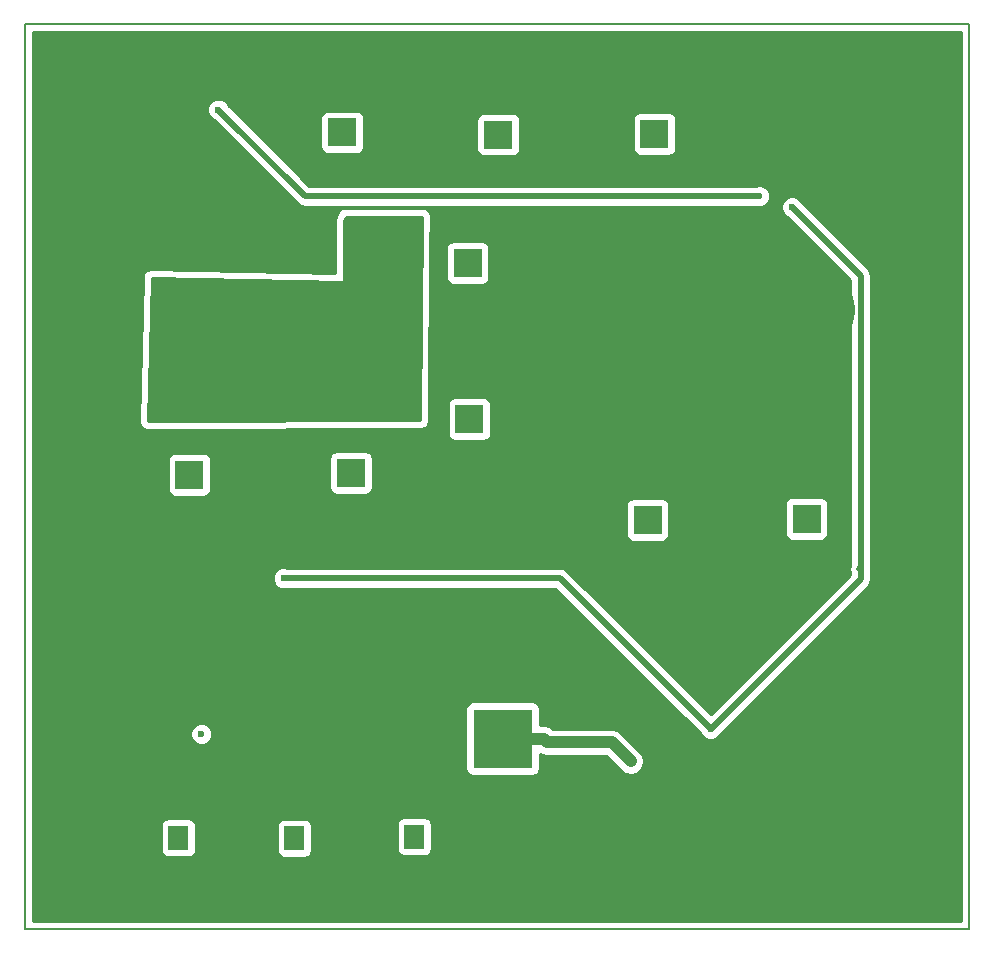
<source format=gbr>
%TF.GenerationSoftware,KiCad,Pcbnew,4.0.7*%
%TF.CreationDate,2018-04-08T16:14:44+02:00*%
%TF.ProjectId,power_board,706F7765725F626F6172642E6B696361,rev?*%
%TF.FileFunction,Copper,L3,Inr,Signal*%
%FSLAX46Y46*%
G04 Gerber Fmt 4.6, Leading zero omitted, Abs format (unit mm)*
G04 Created by KiCad (PCBNEW 4.0.7) date 04/08/18 16:14:44*
%MOMM*%
%LPD*%
G01*
G04 APERTURE LIST*
%ADD10C,0.150000*%
%ADD11C,3.100000*%
%ADD12C,0.500000*%
%ADD13R,2.400000X2.400000*%
%ADD14C,2.400000*%
%ADD15C,5.000000*%
%ADD16R,1.700000X2.000000*%
%ADD17O,1.700000X2.000000*%
%ADD18R,5.000000X5.000000*%
%ADD19C,0.600000*%
%ADD20C,1.000000*%
%ADD21C,0.500000*%
%ADD22C,0.254000*%
G04 APERTURE END LIST*
D10*
X104000000Y-119820000D02*
X184000000Y-119820000D01*
X104000000Y-43120000D02*
X184000000Y-43120000D01*
X184000000Y-43120000D02*
X184000000Y-119820000D01*
X104000000Y-43120000D02*
X104000000Y-119820000D01*
D11*
X107560000Y-116000000D03*
X108020000Y-47170000D03*
X179030000Y-113590000D03*
X179660000Y-60110000D03*
D12*
X173420000Y-59410000D03*
X173540000Y-55250000D03*
X112820000Y-46500000D03*
X114550000Y-52670000D03*
X114790000Y-48700000D03*
X153430000Y-109160000D03*
X153480000Y-106960000D03*
X147600000Y-111920000D03*
X147480000Y-110680000D03*
X123460000Y-106440000D03*
X122290000Y-106380000D03*
X123430000Y-104770000D03*
X122230000Y-104840000D03*
X164990000Y-107890000D03*
X163650000Y-107930000D03*
X165100000Y-106080000D03*
X163630000Y-106060000D03*
X159130000Y-107090000D03*
X160070000Y-109200000D03*
X167670000Y-107740000D03*
X170510000Y-106300000D03*
X170350000Y-103920000D03*
X139550000Y-98160000D03*
X135330000Y-98170000D03*
X135450000Y-94470000D03*
X139720000Y-94510000D03*
X116560000Y-103760000D03*
X116640000Y-106430000D03*
X121380000Y-109420000D03*
X119510000Y-109280000D03*
X126540000Y-108930000D03*
X125990000Y-105670000D03*
X127510000Y-104420000D03*
X130430000Y-106270000D03*
X132500000Y-109810000D03*
X132390000Y-107820000D03*
X158760000Y-112160000D03*
X158630000Y-110740000D03*
X169440000Y-112260000D03*
X169430000Y-110780000D03*
X176170000Y-89350000D03*
D13*
X157330000Y-52470000D03*
D14*
X157330000Y-47470000D03*
D13*
X141510000Y-63390000D03*
D14*
X146510000Y-63390000D03*
D13*
X170210000Y-85050000D03*
D14*
X170210000Y-80050000D03*
D13*
X156750000Y-85140000D03*
D14*
X156750000Y-80140000D03*
D13*
X141660000Y-76610000D03*
D14*
X146660000Y-76610000D03*
D13*
X144110000Y-52530000D03*
D14*
X144110000Y-47530000D03*
D13*
X130900000Y-52340000D03*
D14*
X130900000Y-47340000D03*
D13*
X117960000Y-81320000D03*
D14*
X117960000Y-86320000D03*
D13*
X131630000Y-81170000D03*
D14*
X131630000Y-86170000D03*
D15*
X171830000Y-67340000D03*
X160450000Y-67360000D03*
X154630000Y-67400000D03*
X160430000Y-73080000D03*
X165960000Y-73140000D03*
X171600000Y-73110000D03*
X166090000Y-67390000D03*
X154630000Y-73100000D03*
D16*
X126830000Y-112100000D03*
D17*
X124330000Y-112100000D03*
D16*
X117030000Y-112060000D03*
D17*
X114530000Y-112060000D03*
D16*
X136990000Y-111960000D03*
D17*
X134490000Y-111960000D03*
D18*
X123150000Y-67882000D03*
X128668172Y-73835894D03*
X128656761Y-67877405D03*
X117636267Y-67865561D03*
X123175525Y-73834743D03*
X134156761Y-67887405D03*
X134168172Y-73845894D03*
X117675525Y-73844743D03*
X144480000Y-103670000D03*
D15*
X144600000Y-97070000D03*
D18*
X134160000Y-62420000D03*
D15*
X154510000Y-61740000D03*
D19*
X122610000Y-100000000D03*
X160670000Y-91950000D03*
X176100000Y-102430000D03*
X174860000Y-102430000D03*
X155310000Y-105580000D03*
X118970000Y-103270000D03*
X125930000Y-90080000D03*
X162090000Y-102860000D03*
X168970000Y-58670000D03*
X166200000Y-57740000D03*
X120410000Y-50410000D03*
D20*
X148220000Y-103990000D02*
X148220000Y-103910000D01*
X148220000Y-103910000D02*
X147980000Y-103670000D01*
X147980000Y-103670000D02*
X144480000Y-103670000D01*
X148220000Y-103990000D02*
X153720000Y-103990000D01*
X153720000Y-103990000D02*
X155310000Y-105580000D01*
D21*
X162090000Y-102860000D02*
X149310000Y-90080000D01*
X149310000Y-90080000D02*
X125930000Y-90080000D01*
X174780001Y-89219999D02*
X174780001Y-90169999D01*
X174780001Y-90169999D02*
X162090000Y-102860000D01*
X168970000Y-58670000D02*
X174780001Y-64480001D01*
X174780001Y-64480001D02*
X174780001Y-89219999D01*
X174780001Y-89219999D02*
X174670000Y-89330000D01*
X120410000Y-50410000D02*
X127740000Y-57740000D01*
X127740000Y-57740000D02*
X166200000Y-57740000D01*
D22*
G36*
X183290000Y-119110000D02*
X104710000Y-119110000D01*
X104710000Y-111060000D01*
X115532560Y-111060000D01*
X115532560Y-113060000D01*
X115576838Y-113295317D01*
X115715910Y-113511441D01*
X115928110Y-113656431D01*
X116180000Y-113707440D01*
X117880000Y-113707440D01*
X118115317Y-113663162D01*
X118331441Y-113524090D01*
X118476431Y-113311890D01*
X118527440Y-113060000D01*
X118527440Y-111100000D01*
X125332560Y-111100000D01*
X125332560Y-113100000D01*
X125376838Y-113335317D01*
X125515910Y-113551441D01*
X125728110Y-113696431D01*
X125980000Y-113747440D01*
X127680000Y-113747440D01*
X127915317Y-113703162D01*
X128131441Y-113564090D01*
X128276431Y-113351890D01*
X128327440Y-113100000D01*
X128327440Y-111100000D01*
X128301098Y-110960000D01*
X135492560Y-110960000D01*
X135492560Y-112960000D01*
X135536838Y-113195317D01*
X135675910Y-113411441D01*
X135888110Y-113556431D01*
X136140000Y-113607440D01*
X137840000Y-113607440D01*
X138075317Y-113563162D01*
X138291441Y-113424090D01*
X138436431Y-113211890D01*
X138487440Y-112960000D01*
X138487440Y-110960000D01*
X138443162Y-110724683D01*
X138304090Y-110508559D01*
X138091890Y-110363569D01*
X137840000Y-110312560D01*
X136140000Y-110312560D01*
X135904683Y-110356838D01*
X135688559Y-110495910D01*
X135543569Y-110708110D01*
X135492560Y-110960000D01*
X128301098Y-110960000D01*
X128283162Y-110864683D01*
X128144090Y-110648559D01*
X127931890Y-110503569D01*
X127680000Y-110452560D01*
X125980000Y-110452560D01*
X125744683Y-110496838D01*
X125528559Y-110635910D01*
X125383569Y-110848110D01*
X125332560Y-111100000D01*
X118527440Y-111100000D01*
X118527440Y-111060000D01*
X118483162Y-110824683D01*
X118344090Y-110608559D01*
X118131890Y-110463569D01*
X117880000Y-110412560D01*
X116180000Y-110412560D01*
X115944683Y-110456838D01*
X115728559Y-110595910D01*
X115583569Y-110808110D01*
X115532560Y-111060000D01*
X104710000Y-111060000D01*
X104710000Y-103455167D01*
X118034838Y-103455167D01*
X118176883Y-103798943D01*
X118439673Y-104062192D01*
X118783201Y-104204838D01*
X119155167Y-104205162D01*
X119498943Y-104063117D01*
X119762192Y-103800327D01*
X119904838Y-103456799D01*
X119905162Y-103084833D01*
X119763117Y-102741057D01*
X119500327Y-102477808D01*
X119156799Y-102335162D01*
X118784833Y-102334838D01*
X118441057Y-102476883D01*
X118177808Y-102739673D01*
X118035162Y-103083201D01*
X118034838Y-103455167D01*
X104710000Y-103455167D01*
X104710000Y-101170000D01*
X141332560Y-101170000D01*
X141332560Y-106170000D01*
X141376838Y-106405317D01*
X141515910Y-106621441D01*
X141728110Y-106766431D01*
X141980000Y-106817440D01*
X146980000Y-106817440D01*
X147215317Y-106773162D01*
X147431441Y-106634090D01*
X147576431Y-106421890D01*
X147627440Y-106170000D01*
X147627440Y-104932888D01*
X147785654Y-105038603D01*
X148220000Y-105125000D01*
X153249868Y-105125000D01*
X154507434Y-106382567D01*
X154875655Y-106628604D01*
X155310000Y-106715000D01*
X155744346Y-106628604D01*
X156112567Y-106382567D01*
X156358604Y-106014346D01*
X156445000Y-105580000D01*
X156358604Y-105145655D01*
X156112567Y-104777434D01*
X154522566Y-103187434D01*
X154154346Y-102941397D01*
X153720000Y-102855000D01*
X148763957Y-102855000D01*
X148644229Y-102775000D01*
X148414346Y-102621397D01*
X147980000Y-102535000D01*
X147627440Y-102535000D01*
X147627440Y-101170000D01*
X147583162Y-100934683D01*
X147444090Y-100718559D01*
X147231890Y-100573569D01*
X146980000Y-100522560D01*
X141980000Y-100522560D01*
X141744683Y-100566838D01*
X141528559Y-100705910D01*
X141383569Y-100918110D01*
X141332560Y-101170000D01*
X104710000Y-101170000D01*
X104710000Y-90265167D01*
X124994838Y-90265167D01*
X125136883Y-90608943D01*
X125399673Y-90872192D01*
X125743201Y-91014838D01*
X126115167Y-91015162D01*
X126236569Y-90965000D01*
X148943420Y-90965000D01*
X161247255Y-103268834D01*
X161296883Y-103388943D01*
X161559673Y-103652192D01*
X161903201Y-103794838D01*
X162275167Y-103795162D01*
X162618943Y-103653117D01*
X162882192Y-103390327D01*
X162932566Y-103269014D01*
X175405788Y-90795791D01*
X175405791Y-90795789D01*
X175597634Y-90508674D01*
X175597635Y-90508673D01*
X175665002Y-90169999D01*
X175665001Y-90169994D01*
X175665001Y-89220004D01*
X175665002Y-89219999D01*
X175665001Y-89219994D01*
X175665001Y-64480006D01*
X175665002Y-64480001D01*
X175597634Y-64141326D01*
X175485149Y-63972980D01*
X175405791Y-63854211D01*
X175405788Y-63854209D01*
X169812744Y-58261164D01*
X169763117Y-58141057D01*
X169500327Y-57877808D01*
X169156799Y-57735162D01*
X168784833Y-57734838D01*
X168441057Y-57876883D01*
X168177808Y-58139673D01*
X168035162Y-58483201D01*
X168034838Y-58855167D01*
X168176883Y-59198943D01*
X168439673Y-59462192D01*
X168560986Y-59512566D01*
X173895001Y-64846580D01*
X173895001Y-88927519D01*
X173852367Y-88991326D01*
X173784999Y-89330000D01*
X173852367Y-89668674D01*
X173895001Y-89732481D01*
X173895001Y-89803420D01*
X162090000Y-101608421D01*
X149935790Y-89454210D01*
X149783367Y-89352365D01*
X149648675Y-89262367D01*
X149592484Y-89251190D01*
X149310000Y-89194999D01*
X149309995Y-89195000D01*
X126236822Y-89195000D01*
X126116799Y-89145162D01*
X125744833Y-89144838D01*
X125401057Y-89286883D01*
X125137808Y-89549673D01*
X124995162Y-89893201D01*
X124994838Y-90265167D01*
X104710000Y-90265167D01*
X104710000Y-83940000D01*
X154902560Y-83940000D01*
X154902560Y-86340000D01*
X154946838Y-86575317D01*
X155085910Y-86791441D01*
X155298110Y-86936431D01*
X155550000Y-86987440D01*
X157950000Y-86987440D01*
X158185317Y-86943162D01*
X158401441Y-86804090D01*
X158546431Y-86591890D01*
X158597440Y-86340000D01*
X158597440Y-83940000D01*
X158580506Y-83850000D01*
X168362560Y-83850000D01*
X168362560Y-86250000D01*
X168406838Y-86485317D01*
X168545910Y-86701441D01*
X168758110Y-86846431D01*
X169010000Y-86897440D01*
X171410000Y-86897440D01*
X171645317Y-86853162D01*
X171861441Y-86714090D01*
X172006431Y-86501890D01*
X172057440Y-86250000D01*
X172057440Y-83850000D01*
X172013162Y-83614683D01*
X171874090Y-83398559D01*
X171661890Y-83253569D01*
X171410000Y-83202560D01*
X169010000Y-83202560D01*
X168774683Y-83246838D01*
X168558559Y-83385910D01*
X168413569Y-83598110D01*
X168362560Y-83850000D01*
X158580506Y-83850000D01*
X158553162Y-83704683D01*
X158414090Y-83488559D01*
X158201890Y-83343569D01*
X157950000Y-83292560D01*
X155550000Y-83292560D01*
X155314683Y-83336838D01*
X155098559Y-83475910D01*
X154953569Y-83688110D01*
X154902560Y-83940000D01*
X104710000Y-83940000D01*
X104710000Y-80120000D01*
X116112560Y-80120000D01*
X116112560Y-82520000D01*
X116156838Y-82755317D01*
X116295910Y-82971441D01*
X116508110Y-83116431D01*
X116760000Y-83167440D01*
X119160000Y-83167440D01*
X119395317Y-83123162D01*
X119611441Y-82984090D01*
X119756431Y-82771890D01*
X119807440Y-82520000D01*
X119807440Y-80120000D01*
X119779216Y-79970000D01*
X129782560Y-79970000D01*
X129782560Y-82370000D01*
X129826838Y-82605317D01*
X129965910Y-82821441D01*
X130178110Y-82966431D01*
X130430000Y-83017440D01*
X132830000Y-83017440D01*
X133065317Y-82973162D01*
X133281441Y-82834090D01*
X133426431Y-82621890D01*
X133477440Y-82370000D01*
X133477440Y-79970000D01*
X133433162Y-79734683D01*
X133294090Y-79518559D01*
X133081890Y-79373569D01*
X132830000Y-79322560D01*
X130430000Y-79322560D01*
X130194683Y-79366838D01*
X129978559Y-79505910D01*
X129833569Y-79718110D01*
X129782560Y-79970000D01*
X119779216Y-79970000D01*
X119763162Y-79884683D01*
X119624090Y-79668559D01*
X119411890Y-79523569D01*
X119160000Y-79472560D01*
X116760000Y-79472560D01*
X116524683Y-79516838D01*
X116308559Y-79655910D01*
X116163569Y-79868110D01*
X116112560Y-80120000D01*
X104710000Y-80120000D01*
X104710000Y-76864529D01*
X113695188Y-76864529D01*
X113739124Y-77112574D01*
X113876161Y-77324134D01*
X114084710Y-77465711D01*
X114331910Y-77514997D01*
X137601910Y-77444997D01*
X137826042Y-77403405D01*
X138039101Y-77268710D01*
X138182970Y-77061736D01*
X138234980Y-76815094D01*
X138246252Y-75410000D01*
X139812560Y-75410000D01*
X139812560Y-77810000D01*
X139856838Y-78045317D01*
X139995910Y-78261441D01*
X140208110Y-78406431D01*
X140460000Y-78457440D01*
X142860000Y-78457440D01*
X143095317Y-78413162D01*
X143311441Y-78274090D01*
X143456431Y-78061890D01*
X143507440Y-77810000D01*
X143507440Y-75410000D01*
X143463162Y-75174683D01*
X143324090Y-74958559D01*
X143111890Y-74813569D01*
X142860000Y-74762560D01*
X140460000Y-74762560D01*
X140224683Y-74806838D01*
X140008559Y-74945910D01*
X139863569Y-75158110D01*
X139812560Y-75410000D01*
X138246252Y-75410000D01*
X138352315Y-62190000D01*
X139662560Y-62190000D01*
X139662560Y-64590000D01*
X139706838Y-64825317D01*
X139845910Y-65041441D01*
X140058110Y-65186431D01*
X140310000Y-65237440D01*
X142710000Y-65237440D01*
X142945317Y-65193162D01*
X143161441Y-65054090D01*
X143306431Y-64841890D01*
X143357440Y-64590000D01*
X143357440Y-62190000D01*
X143313162Y-61954683D01*
X143174090Y-61738559D01*
X142961890Y-61593569D01*
X142710000Y-61542560D01*
X140310000Y-61542560D01*
X140074683Y-61586838D01*
X139858559Y-61725910D01*
X139713569Y-61938110D01*
X139662560Y-62190000D01*
X138352315Y-62190000D01*
X138374980Y-59365094D01*
X138331573Y-59129205D01*
X138195173Y-58917233D01*
X137987051Y-58775029D01*
X137740000Y-58725000D01*
X131130000Y-58725000D01*
X130966538Y-58746400D01*
X130740691Y-58858339D01*
X130576189Y-59049326D01*
X130346189Y-59459326D01*
X130265000Y-59770000D01*
X130265000Y-59790000D01*
X130265044Y-59797470D01*
X130317336Y-64242285D01*
X114642441Y-63935122D01*
X114413686Y-63972980D01*
X114198454Y-64104175D01*
X114051222Y-64308771D01*
X113995188Y-64554529D01*
X113695188Y-76864529D01*
X104710000Y-76864529D01*
X104710000Y-50595167D01*
X119474838Y-50595167D01*
X119616883Y-50938943D01*
X119879673Y-51202192D01*
X120000986Y-51252566D01*
X127114208Y-58365787D01*
X127114210Y-58365790D01*
X127363250Y-58532192D01*
X127401325Y-58557633D01*
X127740000Y-58625000D01*
X165893178Y-58625000D01*
X166013201Y-58674838D01*
X166385167Y-58675162D01*
X166728943Y-58533117D01*
X166992192Y-58270327D01*
X167134838Y-57926799D01*
X167135162Y-57554833D01*
X166993117Y-57211057D01*
X166730327Y-56947808D01*
X166386799Y-56805162D01*
X166014833Y-56804838D01*
X165893431Y-56855000D01*
X128106579Y-56855000D01*
X122391580Y-51140000D01*
X129052560Y-51140000D01*
X129052560Y-53540000D01*
X129096838Y-53775317D01*
X129235910Y-53991441D01*
X129448110Y-54136431D01*
X129700000Y-54187440D01*
X132100000Y-54187440D01*
X132335317Y-54143162D01*
X132551441Y-54004090D01*
X132696431Y-53791890D01*
X132747440Y-53540000D01*
X132747440Y-51330000D01*
X142262560Y-51330000D01*
X142262560Y-53730000D01*
X142306838Y-53965317D01*
X142445910Y-54181441D01*
X142658110Y-54326431D01*
X142910000Y-54377440D01*
X145310000Y-54377440D01*
X145545317Y-54333162D01*
X145761441Y-54194090D01*
X145906431Y-53981890D01*
X145957440Y-53730000D01*
X145957440Y-51330000D01*
X145946151Y-51270000D01*
X155482560Y-51270000D01*
X155482560Y-53670000D01*
X155526838Y-53905317D01*
X155665910Y-54121441D01*
X155878110Y-54266431D01*
X156130000Y-54317440D01*
X158530000Y-54317440D01*
X158765317Y-54273162D01*
X158981441Y-54134090D01*
X159126431Y-53921890D01*
X159177440Y-53670000D01*
X159177440Y-51270000D01*
X159133162Y-51034683D01*
X158994090Y-50818559D01*
X158781890Y-50673569D01*
X158530000Y-50622560D01*
X156130000Y-50622560D01*
X155894683Y-50666838D01*
X155678559Y-50805910D01*
X155533569Y-51018110D01*
X155482560Y-51270000D01*
X145946151Y-51270000D01*
X145913162Y-51094683D01*
X145774090Y-50878559D01*
X145561890Y-50733569D01*
X145310000Y-50682560D01*
X142910000Y-50682560D01*
X142674683Y-50726838D01*
X142458559Y-50865910D01*
X142313569Y-51078110D01*
X142262560Y-51330000D01*
X132747440Y-51330000D01*
X132747440Y-51140000D01*
X132703162Y-50904683D01*
X132564090Y-50688559D01*
X132351890Y-50543569D01*
X132100000Y-50492560D01*
X129700000Y-50492560D01*
X129464683Y-50536838D01*
X129248559Y-50675910D01*
X129103569Y-50888110D01*
X129052560Y-51140000D01*
X122391580Y-51140000D01*
X121252744Y-50001164D01*
X121203117Y-49881057D01*
X120940327Y-49617808D01*
X120596799Y-49475162D01*
X120224833Y-49474838D01*
X119881057Y-49616883D01*
X119617808Y-49879673D01*
X119475162Y-50223201D01*
X119474838Y-50595167D01*
X104710000Y-50595167D01*
X104710000Y-43830000D01*
X183290000Y-43830000D01*
X183290000Y-119110000D01*
X183290000Y-119110000D01*
G37*
X183290000Y-119110000D02*
X104710000Y-119110000D01*
X104710000Y-111060000D01*
X115532560Y-111060000D01*
X115532560Y-113060000D01*
X115576838Y-113295317D01*
X115715910Y-113511441D01*
X115928110Y-113656431D01*
X116180000Y-113707440D01*
X117880000Y-113707440D01*
X118115317Y-113663162D01*
X118331441Y-113524090D01*
X118476431Y-113311890D01*
X118527440Y-113060000D01*
X118527440Y-111100000D01*
X125332560Y-111100000D01*
X125332560Y-113100000D01*
X125376838Y-113335317D01*
X125515910Y-113551441D01*
X125728110Y-113696431D01*
X125980000Y-113747440D01*
X127680000Y-113747440D01*
X127915317Y-113703162D01*
X128131441Y-113564090D01*
X128276431Y-113351890D01*
X128327440Y-113100000D01*
X128327440Y-111100000D01*
X128301098Y-110960000D01*
X135492560Y-110960000D01*
X135492560Y-112960000D01*
X135536838Y-113195317D01*
X135675910Y-113411441D01*
X135888110Y-113556431D01*
X136140000Y-113607440D01*
X137840000Y-113607440D01*
X138075317Y-113563162D01*
X138291441Y-113424090D01*
X138436431Y-113211890D01*
X138487440Y-112960000D01*
X138487440Y-110960000D01*
X138443162Y-110724683D01*
X138304090Y-110508559D01*
X138091890Y-110363569D01*
X137840000Y-110312560D01*
X136140000Y-110312560D01*
X135904683Y-110356838D01*
X135688559Y-110495910D01*
X135543569Y-110708110D01*
X135492560Y-110960000D01*
X128301098Y-110960000D01*
X128283162Y-110864683D01*
X128144090Y-110648559D01*
X127931890Y-110503569D01*
X127680000Y-110452560D01*
X125980000Y-110452560D01*
X125744683Y-110496838D01*
X125528559Y-110635910D01*
X125383569Y-110848110D01*
X125332560Y-111100000D01*
X118527440Y-111100000D01*
X118527440Y-111060000D01*
X118483162Y-110824683D01*
X118344090Y-110608559D01*
X118131890Y-110463569D01*
X117880000Y-110412560D01*
X116180000Y-110412560D01*
X115944683Y-110456838D01*
X115728559Y-110595910D01*
X115583569Y-110808110D01*
X115532560Y-111060000D01*
X104710000Y-111060000D01*
X104710000Y-103455167D01*
X118034838Y-103455167D01*
X118176883Y-103798943D01*
X118439673Y-104062192D01*
X118783201Y-104204838D01*
X119155167Y-104205162D01*
X119498943Y-104063117D01*
X119762192Y-103800327D01*
X119904838Y-103456799D01*
X119905162Y-103084833D01*
X119763117Y-102741057D01*
X119500327Y-102477808D01*
X119156799Y-102335162D01*
X118784833Y-102334838D01*
X118441057Y-102476883D01*
X118177808Y-102739673D01*
X118035162Y-103083201D01*
X118034838Y-103455167D01*
X104710000Y-103455167D01*
X104710000Y-101170000D01*
X141332560Y-101170000D01*
X141332560Y-106170000D01*
X141376838Y-106405317D01*
X141515910Y-106621441D01*
X141728110Y-106766431D01*
X141980000Y-106817440D01*
X146980000Y-106817440D01*
X147215317Y-106773162D01*
X147431441Y-106634090D01*
X147576431Y-106421890D01*
X147627440Y-106170000D01*
X147627440Y-104932888D01*
X147785654Y-105038603D01*
X148220000Y-105125000D01*
X153249868Y-105125000D01*
X154507434Y-106382567D01*
X154875655Y-106628604D01*
X155310000Y-106715000D01*
X155744346Y-106628604D01*
X156112567Y-106382567D01*
X156358604Y-106014346D01*
X156445000Y-105580000D01*
X156358604Y-105145655D01*
X156112567Y-104777434D01*
X154522566Y-103187434D01*
X154154346Y-102941397D01*
X153720000Y-102855000D01*
X148763957Y-102855000D01*
X148644229Y-102775000D01*
X148414346Y-102621397D01*
X147980000Y-102535000D01*
X147627440Y-102535000D01*
X147627440Y-101170000D01*
X147583162Y-100934683D01*
X147444090Y-100718559D01*
X147231890Y-100573569D01*
X146980000Y-100522560D01*
X141980000Y-100522560D01*
X141744683Y-100566838D01*
X141528559Y-100705910D01*
X141383569Y-100918110D01*
X141332560Y-101170000D01*
X104710000Y-101170000D01*
X104710000Y-90265167D01*
X124994838Y-90265167D01*
X125136883Y-90608943D01*
X125399673Y-90872192D01*
X125743201Y-91014838D01*
X126115167Y-91015162D01*
X126236569Y-90965000D01*
X148943420Y-90965000D01*
X161247255Y-103268834D01*
X161296883Y-103388943D01*
X161559673Y-103652192D01*
X161903201Y-103794838D01*
X162275167Y-103795162D01*
X162618943Y-103653117D01*
X162882192Y-103390327D01*
X162932566Y-103269014D01*
X175405788Y-90795791D01*
X175405791Y-90795789D01*
X175597634Y-90508674D01*
X175597635Y-90508673D01*
X175665002Y-90169999D01*
X175665001Y-90169994D01*
X175665001Y-89220004D01*
X175665002Y-89219999D01*
X175665001Y-89219994D01*
X175665001Y-64480006D01*
X175665002Y-64480001D01*
X175597634Y-64141326D01*
X175485149Y-63972980D01*
X175405791Y-63854211D01*
X175405788Y-63854209D01*
X169812744Y-58261164D01*
X169763117Y-58141057D01*
X169500327Y-57877808D01*
X169156799Y-57735162D01*
X168784833Y-57734838D01*
X168441057Y-57876883D01*
X168177808Y-58139673D01*
X168035162Y-58483201D01*
X168034838Y-58855167D01*
X168176883Y-59198943D01*
X168439673Y-59462192D01*
X168560986Y-59512566D01*
X173895001Y-64846580D01*
X173895001Y-88927519D01*
X173852367Y-88991326D01*
X173784999Y-89330000D01*
X173852367Y-89668674D01*
X173895001Y-89732481D01*
X173895001Y-89803420D01*
X162090000Y-101608421D01*
X149935790Y-89454210D01*
X149783367Y-89352365D01*
X149648675Y-89262367D01*
X149592484Y-89251190D01*
X149310000Y-89194999D01*
X149309995Y-89195000D01*
X126236822Y-89195000D01*
X126116799Y-89145162D01*
X125744833Y-89144838D01*
X125401057Y-89286883D01*
X125137808Y-89549673D01*
X124995162Y-89893201D01*
X124994838Y-90265167D01*
X104710000Y-90265167D01*
X104710000Y-83940000D01*
X154902560Y-83940000D01*
X154902560Y-86340000D01*
X154946838Y-86575317D01*
X155085910Y-86791441D01*
X155298110Y-86936431D01*
X155550000Y-86987440D01*
X157950000Y-86987440D01*
X158185317Y-86943162D01*
X158401441Y-86804090D01*
X158546431Y-86591890D01*
X158597440Y-86340000D01*
X158597440Y-83940000D01*
X158580506Y-83850000D01*
X168362560Y-83850000D01*
X168362560Y-86250000D01*
X168406838Y-86485317D01*
X168545910Y-86701441D01*
X168758110Y-86846431D01*
X169010000Y-86897440D01*
X171410000Y-86897440D01*
X171645317Y-86853162D01*
X171861441Y-86714090D01*
X172006431Y-86501890D01*
X172057440Y-86250000D01*
X172057440Y-83850000D01*
X172013162Y-83614683D01*
X171874090Y-83398559D01*
X171661890Y-83253569D01*
X171410000Y-83202560D01*
X169010000Y-83202560D01*
X168774683Y-83246838D01*
X168558559Y-83385910D01*
X168413569Y-83598110D01*
X168362560Y-83850000D01*
X158580506Y-83850000D01*
X158553162Y-83704683D01*
X158414090Y-83488559D01*
X158201890Y-83343569D01*
X157950000Y-83292560D01*
X155550000Y-83292560D01*
X155314683Y-83336838D01*
X155098559Y-83475910D01*
X154953569Y-83688110D01*
X154902560Y-83940000D01*
X104710000Y-83940000D01*
X104710000Y-80120000D01*
X116112560Y-80120000D01*
X116112560Y-82520000D01*
X116156838Y-82755317D01*
X116295910Y-82971441D01*
X116508110Y-83116431D01*
X116760000Y-83167440D01*
X119160000Y-83167440D01*
X119395317Y-83123162D01*
X119611441Y-82984090D01*
X119756431Y-82771890D01*
X119807440Y-82520000D01*
X119807440Y-80120000D01*
X119779216Y-79970000D01*
X129782560Y-79970000D01*
X129782560Y-82370000D01*
X129826838Y-82605317D01*
X129965910Y-82821441D01*
X130178110Y-82966431D01*
X130430000Y-83017440D01*
X132830000Y-83017440D01*
X133065317Y-82973162D01*
X133281441Y-82834090D01*
X133426431Y-82621890D01*
X133477440Y-82370000D01*
X133477440Y-79970000D01*
X133433162Y-79734683D01*
X133294090Y-79518559D01*
X133081890Y-79373569D01*
X132830000Y-79322560D01*
X130430000Y-79322560D01*
X130194683Y-79366838D01*
X129978559Y-79505910D01*
X129833569Y-79718110D01*
X129782560Y-79970000D01*
X119779216Y-79970000D01*
X119763162Y-79884683D01*
X119624090Y-79668559D01*
X119411890Y-79523569D01*
X119160000Y-79472560D01*
X116760000Y-79472560D01*
X116524683Y-79516838D01*
X116308559Y-79655910D01*
X116163569Y-79868110D01*
X116112560Y-80120000D01*
X104710000Y-80120000D01*
X104710000Y-76864529D01*
X113695188Y-76864529D01*
X113739124Y-77112574D01*
X113876161Y-77324134D01*
X114084710Y-77465711D01*
X114331910Y-77514997D01*
X137601910Y-77444997D01*
X137826042Y-77403405D01*
X138039101Y-77268710D01*
X138182970Y-77061736D01*
X138234980Y-76815094D01*
X138246252Y-75410000D01*
X139812560Y-75410000D01*
X139812560Y-77810000D01*
X139856838Y-78045317D01*
X139995910Y-78261441D01*
X140208110Y-78406431D01*
X140460000Y-78457440D01*
X142860000Y-78457440D01*
X143095317Y-78413162D01*
X143311441Y-78274090D01*
X143456431Y-78061890D01*
X143507440Y-77810000D01*
X143507440Y-75410000D01*
X143463162Y-75174683D01*
X143324090Y-74958559D01*
X143111890Y-74813569D01*
X142860000Y-74762560D01*
X140460000Y-74762560D01*
X140224683Y-74806838D01*
X140008559Y-74945910D01*
X139863569Y-75158110D01*
X139812560Y-75410000D01*
X138246252Y-75410000D01*
X138352315Y-62190000D01*
X139662560Y-62190000D01*
X139662560Y-64590000D01*
X139706838Y-64825317D01*
X139845910Y-65041441D01*
X140058110Y-65186431D01*
X140310000Y-65237440D01*
X142710000Y-65237440D01*
X142945317Y-65193162D01*
X143161441Y-65054090D01*
X143306431Y-64841890D01*
X143357440Y-64590000D01*
X143357440Y-62190000D01*
X143313162Y-61954683D01*
X143174090Y-61738559D01*
X142961890Y-61593569D01*
X142710000Y-61542560D01*
X140310000Y-61542560D01*
X140074683Y-61586838D01*
X139858559Y-61725910D01*
X139713569Y-61938110D01*
X139662560Y-62190000D01*
X138352315Y-62190000D01*
X138374980Y-59365094D01*
X138331573Y-59129205D01*
X138195173Y-58917233D01*
X137987051Y-58775029D01*
X137740000Y-58725000D01*
X131130000Y-58725000D01*
X130966538Y-58746400D01*
X130740691Y-58858339D01*
X130576189Y-59049326D01*
X130346189Y-59459326D01*
X130265000Y-59770000D01*
X130265000Y-59790000D01*
X130265044Y-59797470D01*
X130317336Y-64242285D01*
X114642441Y-63935122D01*
X114413686Y-63972980D01*
X114198454Y-64104175D01*
X114051222Y-64308771D01*
X113995188Y-64554529D01*
X113695188Y-76864529D01*
X104710000Y-76864529D01*
X104710000Y-50595167D01*
X119474838Y-50595167D01*
X119616883Y-50938943D01*
X119879673Y-51202192D01*
X120000986Y-51252566D01*
X127114208Y-58365787D01*
X127114210Y-58365790D01*
X127363250Y-58532192D01*
X127401325Y-58557633D01*
X127740000Y-58625000D01*
X165893178Y-58625000D01*
X166013201Y-58674838D01*
X166385167Y-58675162D01*
X166728943Y-58533117D01*
X166992192Y-58270327D01*
X167134838Y-57926799D01*
X167135162Y-57554833D01*
X166993117Y-57211057D01*
X166730327Y-56947808D01*
X166386799Y-56805162D01*
X166014833Y-56804838D01*
X165893431Y-56855000D01*
X128106579Y-56855000D01*
X122391580Y-51140000D01*
X129052560Y-51140000D01*
X129052560Y-53540000D01*
X129096838Y-53775317D01*
X129235910Y-53991441D01*
X129448110Y-54136431D01*
X129700000Y-54187440D01*
X132100000Y-54187440D01*
X132335317Y-54143162D01*
X132551441Y-54004090D01*
X132696431Y-53791890D01*
X132747440Y-53540000D01*
X132747440Y-51330000D01*
X142262560Y-51330000D01*
X142262560Y-53730000D01*
X142306838Y-53965317D01*
X142445910Y-54181441D01*
X142658110Y-54326431D01*
X142910000Y-54377440D01*
X145310000Y-54377440D01*
X145545317Y-54333162D01*
X145761441Y-54194090D01*
X145906431Y-53981890D01*
X145957440Y-53730000D01*
X145957440Y-51330000D01*
X145946151Y-51270000D01*
X155482560Y-51270000D01*
X155482560Y-53670000D01*
X155526838Y-53905317D01*
X155665910Y-54121441D01*
X155878110Y-54266431D01*
X156130000Y-54317440D01*
X158530000Y-54317440D01*
X158765317Y-54273162D01*
X158981441Y-54134090D01*
X159126431Y-53921890D01*
X159177440Y-53670000D01*
X159177440Y-51270000D01*
X159133162Y-51034683D01*
X158994090Y-50818559D01*
X158781890Y-50673569D01*
X158530000Y-50622560D01*
X156130000Y-50622560D01*
X155894683Y-50666838D01*
X155678559Y-50805910D01*
X155533569Y-51018110D01*
X155482560Y-51270000D01*
X145946151Y-51270000D01*
X145913162Y-51094683D01*
X145774090Y-50878559D01*
X145561890Y-50733569D01*
X145310000Y-50682560D01*
X142910000Y-50682560D01*
X142674683Y-50726838D01*
X142458559Y-50865910D01*
X142313569Y-51078110D01*
X142262560Y-51330000D01*
X132747440Y-51330000D01*
X132747440Y-51140000D01*
X132703162Y-50904683D01*
X132564090Y-50688559D01*
X132351890Y-50543569D01*
X132100000Y-50492560D01*
X129700000Y-50492560D01*
X129464683Y-50536838D01*
X129248559Y-50675910D01*
X129103569Y-50888110D01*
X129052560Y-51140000D01*
X122391580Y-51140000D01*
X121252744Y-50001164D01*
X121203117Y-49881057D01*
X120940327Y-49617808D01*
X120596799Y-49475162D01*
X120224833Y-49474838D01*
X119881057Y-49616883D01*
X119617808Y-49879673D01*
X119475162Y-50223201D01*
X119474838Y-50595167D01*
X104710000Y-50595167D01*
X104710000Y-43830000D01*
X183290000Y-43830000D01*
X183290000Y-119110000D01*
G36*
X137474012Y-76683379D02*
X114460142Y-76752608D01*
X114753883Y-64699452D01*
X130957512Y-65016976D01*
X131007108Y-65007940D01*
X131049282Y-64980320D01*
X131077388Y-64938468D01*
X131086991Y-64888506D01*
X131027160Y-59802903D01*
X131204374Y-59487000D01*
X137611977Y-59487000D01*
X137474012Y-76683379D01*
X137474012Y-76683379D01*
G37*
X137474012Y-76683379D02*
X114460142Y-76752608D01*
X114753883Y-64699452D01*
X130957512Y-65016976D01*
X131007108Y-65007940D01*
X131049282Y-64980320D01*
X131077388Y-64938468D01*
X131086991Y-64888506D01*
X131027160Y-59802903D01*
X131204374Y-59487000D01*
X137611977Y-59487000D01*
X137474012Y-76683379D01*
M02*

</source>
